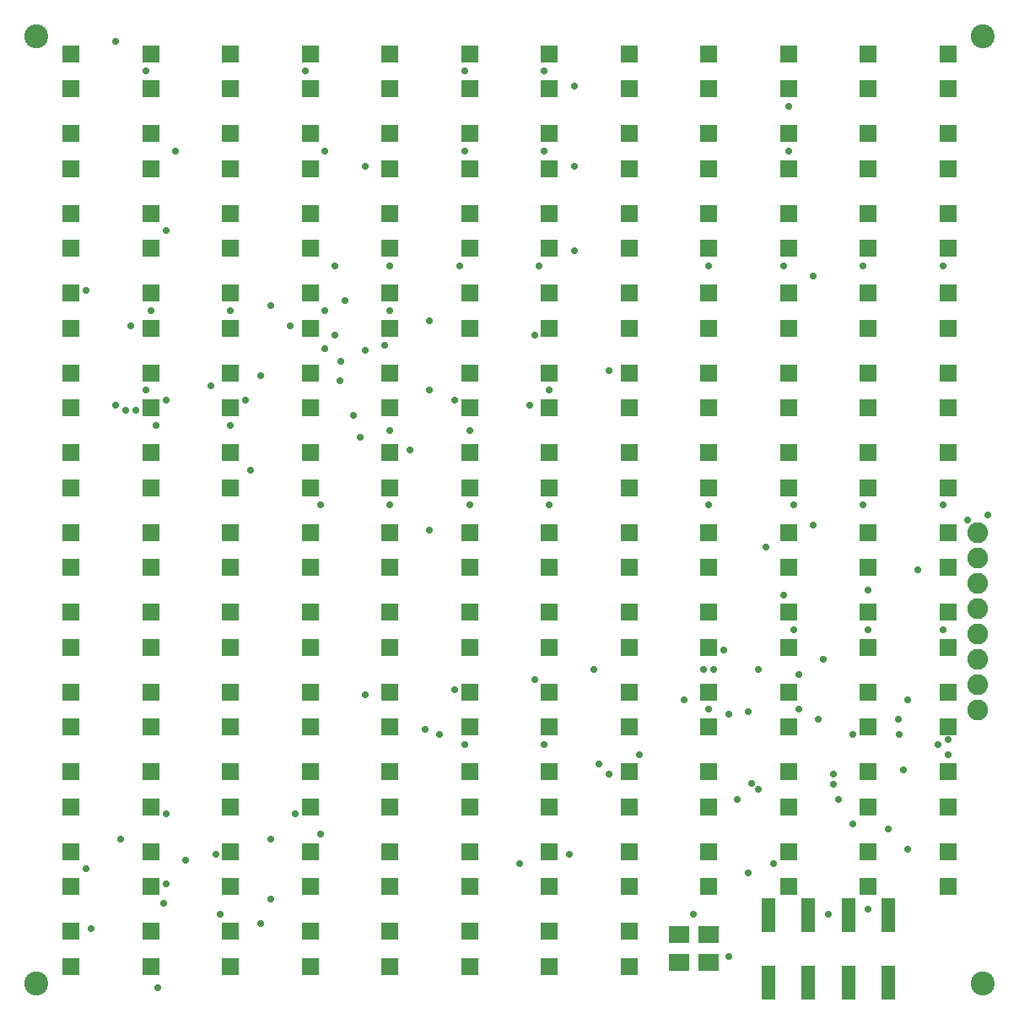
<source format=gbr>
G04 EAGLE Gerber RS-274X export*
G75*
%MOMM*%
%FSLAX34Y34*%
%LPD*%
%INSoldermask Top*%
%IPPOS*%
%AMOC8*
5,1,8,0,0,1.08239X$1,22.5*%
G01*
%ADD10C,2.403200*%
%ADD11R,1.703200X1.703200*%
%ADD12C,2.082800*%
%ADD13R,1.403200X3.403200*%
%ADD14R,2.003200X1.803200*%
%ADD15C,0.728200*%


D10*
X25000Y25000D03*
X975000Y25000D03*
X975000Y975000D03*
X25000Y975000D03*
D11*
X60000Y957500D03*
X60000Y922500D03*
X140000Y877500D03*
X140000Y842500D03*
X220000Y877500D03*
X220000Y842500D03*
X300000Y877500D03*
X300000Y842500D03*
X380000Y877500D03*
X380000Y842500D03*
X460000Y877500D03*
X460000Y842500D03*
X540000Y877500D03*
X540000Y842500D03*
X620000Y877500D03*
X620000Y842500D03*
X60000Y797500D03*
X60000Y762500D03*
X140000Y797500D03*
X140000Y762500D03*
X220000Y797500D03*
X220000Y762500D03*
X140000Y957500D03*
X140000Y922500D03*
X300000Y797500D03*
X300000Y762500D03*
X380000Y797500D03*
X380000Y762500D03*
X460000Y797500D03*
X460000Y762500D03*
X540000Y797500D03*
X540000Y762500D03*
X620000Y797500D03*
X620000Y762500D03*
X60000Y717500D03*
X60000Y682500D03*
X140000Y717500D03*
X140000Y682500D03*
X220000Y717500D03*
X220000Y682500D03*
X300000Y717500D03*
X300000Y682500D03*
X380000Y717500D03*
X380000Y682500D03*
X220000Y957500D03*
X220000Y922500D03*
X460000Y717500D03*
X460000Y682500D03*
X540000Y717500D03*
X540000Y682500D03*
X620000Y717500D03*
X620000Y682500D03*
X60000Y637500D03*
X60000Y602500D03*
X140000Y637500D03*
X140000Y602500D03*
X220000Y637500D03*
X220000Y602500D03*
X300000Y637500D03*
X300000Y602500D03*
X380000Y637500D03*
X380000Y602500D03*
X460000Y637500D03*
X460000Y602500D03*
X540000Y637500D03*
X540000Y602500D03*
X300000Y957500D03*
X300000Y922500D03*
X620000Y637500D03*
X620000Y602500D03*
X60000Y557500D03*
X60000Y522500D03*
X140000Y557500D03*
X140000Y522500D03*
X220000Y557500D03*
X220000Y522500D03*
X300000Y557500D03*
X300000Y522500D03*
X380000Y557500D03*
X380000Y522500D03*
X460000Y557500D03*
X460000Y522500D03*
X540000Y557500D03*
X540000Y522500D03*
X620000Y557500D03*
X620000Y522500D03*
X60000Y477500D03*
X60000Y442500D03*
X380000Y957500D03*
X380000Y922500D03*
X140000Y477500D03*
X140000Y442500D03*
X220000Y477500D03*
X220000Y442500D03*
X300000Y477500D03*
X300000Y442500D03*
X380000Y477500D03*
X380000Y442500D03*
X460000Y477500D03*
X460000Y442500D03*
X540000Y477500D03*
X540000Y442500D03*
X620000Y477500D03*
X620000Y442500D03*
X60000Y397500D03*
X60000Y362500D03*
X140000Y397500D03*
X140000Y362500D03*
X220000Y397500D03*
X220000Y362500D03*
X460000Y957500D03*
X460000Y922500D03*
X300000Y397500D03*
X300000Y362500D03*
X380000Y397500D03*
X380000Y362500D03*
X460000Y397500D03*
X460000Y362500D03*
X540000Y397500D03*
X540000Y362500D03*
X620000Y397500D03*
X620000Y362500D03*
X540000Y957500D03*
X540000Y922500D03*
X620000Y957500D03*
X620000Y922500D03*
X60000Y877500D03*
X60000Y842500D03*
X700000Y957500D03*
X700000Y922500D03*
X780000Y957500D03*
X780000Y922500D03*
X860000Y957500D03*
X860000Y922500D03*
X940000Y957500D03*
X940000Y922500D03*
X700000Y877500D03*
X700000Y842500D03*
X780000Y877500D03*
X780000Y842500D03*
X860000Y877500D03*
X860000Y842500D03*
X940000Y877500D03*
X940000Y842500D03*
X700000Y797500D03*
X700000Y762500D03*
X780000Y797500D03*
X780000Y762500D03*
X860000Y797500D03*
X860000Y762500D03*
X940000Y797500D03*
X940000Y762500D03*
X700000Y717500D03*
X700000Y682500D03*
X780000Y717500D03*
X780000Y682500D03*
X860000Y717500D03*
X860000Y682500D03*
X940000Y717500D03*
X940000Y682500D03*
X700000Y637500D03*
X700000Y602500D03*
X780000Y637500D03*
X780000Y602500D03*
X860000Y637500D03*
X860000Y602500D03*
X940000Y637500D03*
X940000Y602500D03*
X700000Y557500D03*
X700000Y522500D03*
X780000Y557500D03*
X780000Y522500D03*
X860000Y557500D03*
X860000Y522500D03*
X940000Y557500D03*
X940000Y522500D03*
X700000Y477500D03*
X700000Y442500D03*
X780000Y477500D03*
X780000Y442500D03*
X860000Y477500D03*
X860000Y442500D03*
X940000Y477500D03*
X940000Y442500D03*
X700000Y397500D03*
X700000Y362500D03*
X780000Y397500D03*
X780000Y362500D03*
X860000Y397500D03*
X860000Y362500D03*
X940000Y397500D03*
X940000Y362500D03*
X700000Y317500D03*
X700000Y282500D03*
X780000Y317500D03*
X780000Y282500D03*
X860000Y317500D03*
X860000Y282500D03*
X940000Y317500D03*
X940000Y282500D03*
X700000Y237500D03*
X700000Y202500D03*
X780000Y237500D03*
X780000Y202500D03*
X860000Y237500D03*
X860000Y202500D03*
X940000Y237500D03*
X940000Y202500D03*
X700000Y157500D03*
X700000Y122500D03*
X780000Y157500D03*
X780000Y122500D03*
X860000Y157500D03*
X860000Y122500D03*
X940000Y157500D03*
X940000Y122500D03*
X380000Y317500D03*
X380000Y282500D03*
X460000Y317500D03*
X460000Y282500D03*
X540000Y317500D03*
X540000Y282500D03*
X620000Y317500D03*
X620000Y282500D03*
X380000Y237500D03*
X380000Y202500D03*
X460000Y237500D03*
X460000Y202500D03*
X540000Y237500D03*
X540000Y202500D03*
X620000Y237500D03*
X620000Y202500D03*
X380000Y157500D03*
X380000Y122500D03*
X460000Y157500D03*
X460000Y122500D03*
X540000Y157500D03*
X540000Y122500D03*
X620000Y157500D03*
X620000Y122500D03*
X380000Y77500D03*
X380000Y42500D03*
X460000Y77500D03*
X460000Y42500D03*
X540000Y77500D03*
X540000Y42500D03*
X620000Y77500D03*
X620000Y42500D03*
X60000Y317500D03*
X60000Y282500D03*
X140000Y317500D03*
X140000Y282500D03*
X220000Y317500D03*
X220000Y282500D03*
X300000Y317500D03*
X300000Y282500D03*
D12*
X970000Y477000D03*
X970000Y451600D03*
X970000Y426200D03*
X970000Y400800D03*
X970000Y375400D03*
X970000Y350000D03*
X970000Y324600D03*
X970000Y299200D03*
D13*
X800000Y94000D03*
X800000Y26000D03*
X760000Y26000D03*
X760000Y94000D03*
X880000Y94000D03*
X880000Y26000D03*
X840000Y26000D03*
X840000Y94000D03*
D11*
X300000Y237500D03*
X300000Y202500D03*
X220000Y237500D03*
X220000Y202500D03*
X140000Y237500D03*
X140000Y202500D03*
X60000Y237500D03*
X60000Y202500D03*
X300000Y157500D03*
X300000Y122500D03*
X220000Y157500D03*
X220000Y122500D03*
X140000Y157500D03*
X140000Y122500D03*
X60000Y157500D03*
X60000Y122500D03*
X300000Y77500D03*
X300000Y42500D03*
X220000Y77500D03*
X220000Y42500D03*
X140000Y77500D03*
X140000Y42500D03*
X60000Y77500D03*
X60000Y42500D03*
D14*
X670000Y46000D03*
X670000Y74000D03*
X700000Y46000D03*
X700000Y74000D03*
D15*
X135000Y940000D03*
X105000Y970000D03*
X295000Y940000D03*
X455000Y940000D03*
X535000Y940000D03*
X565000Y925000D03*
X343000Y595000D03*
X355000Y845000D03*
X315000Y860000D03*
X455000Y860000D03*
X535000Y860000D03*
X565000Y845000D03*
X200000Y625000D03*
X165000Y860000D03*
X280000Y685000D03*
X325000Y675000D03*
X380000Y745000D03*
X325000Y745000D03*
X450000Y745000D03*
X530000Y745000D03*
X565000Y760000D03*
X155000Y780000D03*
X120000Y685000D03*
X140000Y700000D03*
X220000Y700000D03*
X315000Y700000D03*
X375000Y665000D03*
X355000Y660000D03*
X520000Y605000D03*
X540000Y620000D03*
X105000Y605000D03*
X135000Y620000D03*
X145000Y585000D03*
X220000Y585000D03*
X460000Y580000D03*
X380000Y580000D03*
X115000Y600000D03*
X155000Y610000D03*
X235000Y610000D03*
X380000Y505000D03*
X310000Y505000D03*
X460000Y505000D03*
X540000Y505000D03*
X240000Y540000D03*
X330000Y630000D03*
X250000Y635000D03*
X260000Y705000D03*
X75000Y720000D03*
X125000Y600000D03*
X335000Y710000D03*
X331000Y649000D03*
X380000Y700000D03*
X445000Y610000D03*
X525000Y675000D03*
X600000Y640000D03*
X350000Y573000D03*
X315000Y662000D03*
X740000Y298000D03*
X757000Y463000D03*
X147000Y21000D03*
X175000Y149000D03*
X153000Y106000D03*
X720000Y52000D03*
X740000Y136000D03*
X420000Y690000D03*
X420000Y620000D03*
X420000Y480000D03*
X400000Y560000D03*
X895000Y239000D03*
X910000Y440000D03*
X900000Y310000D03*
X260000Y170000D03*
X260000Y110000D03*
X685000Y95000D03*
X900000Y160000D03*
X860000Y100000D03*
X880000Y180000D03*
X960000Y490000D03*
X980000Y495000D03*
X743000Y226000D03*
X750000Y340000D03*
X780000Y860000D03*
X780000Y905000D03*
X729000Y210000D03*
X825000Y235000D03*
X700000Y745000D03*
X775000Y745000D03*
X855000Y745000D03*
X935000Y745000D03*
X810000Y290000D03*
X805000Y485000D03*
X785000Y505000D03*
X700000Y505000D03*
X855000Y505000D03*
X935000Y505000D03*
X860000Y380000D03*
X860000Y420000D03*
X935000Y380000D03*
X790000Y335000D03*
X705000Y340000D03*
X775000Y415000D03*
X720000Y295000D03*
X700000Y300000D03*
X790000Y300000D03*
X940000Y270000D03*
X891000Y275000D03*
X415000Y280000D03*
X455000Y265000D03*
X535000Y265000D03*
X750000Y220000D03*
X590000Y245000D03*
X675000Y310000D03*
X695000Y340000D03*
X430000Y275000D03*
X830000Y210000D03*
X510000Y145000D03*
X765000Y145000D03*
X845000Y275000D03*
X560000Y155000D03*
X845000Y185000D03*
X930000Y265000D03*
X630000Y255000D03*
X715000Y360000D03*
X445000Y320000D03*
X825000Y225000D03*
X525000Y330000D03*
X785000Y380000D03*
X890000Y290000D03*
X585000Y340000D03*
X355000Y315000D03*
X600000Y235000D03*
X940000Y255000D03*
X805000Y735000D03*
X815000Y350000D03*
X820000Y95000D03*
X155000Y125000D03*
X110000Y170000D03*
X285000Y195000D03*
X250000Y85000D03*
X155000Y195000D03*
X75000Y140000D03*
X310000Y175000D03*
X210000Y95000D03*
X205000Y155000D03*
X80000Y80000D03*
M02*

</source>
